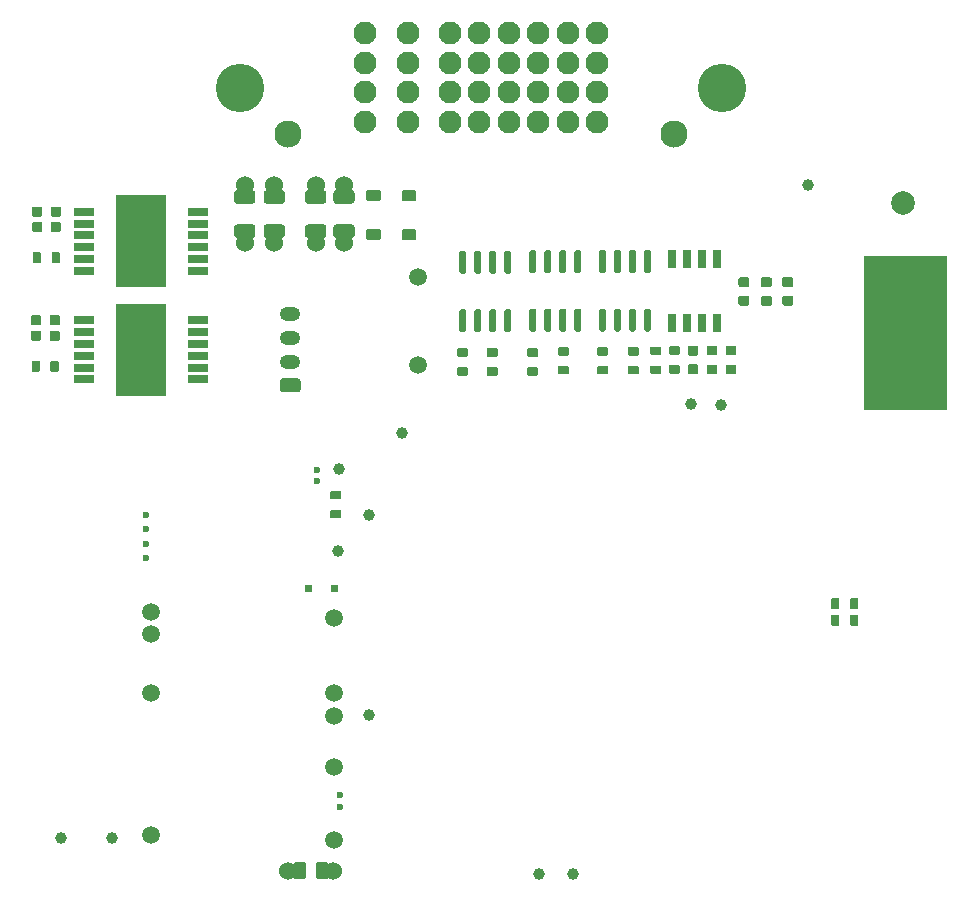
<source format=gts>
G04 #@! TF.GenerationSoftware,KiCad,Pcbnew,8.0.4-8.0.4-0~ubuntu22.04.1*
G04 #@! TF.CreationDate,2024-07-20T17:29:31+00:00*
G04 #@! TF.ProjectId,PROLT,50524f4c-542e-46b6-9963-61645f706362,rev?*
G04 #@! TF.SameCoordinates,Original*
G04 #@! TF.FileFunction,Soldermask,Top*
G04 #@! TF.FilePolarity,Negative*
%FSLAX46Y46*%
G04 Gerber Fmt 4.6, Leading zero omitted, Abs format (unit mm)*
G04 Created by KiCad (PCBNEW 8.0.4-8.0.4-0~ubuntu22.04.1) date 2024-07-20 17:29:31*
%MOMM*%
%LPD*%
G01*
G04 APERTURE LIST*
%ADD10C,0.120000*%
%ADD11C,1.000000*%
%ADD12C,1.524000*%
%ADD13R,0.650000X1.525000*%
%ADD14R,1.750000X0.650000*%
%ADD15R,4.300000X7.900000*%
%ADD16O,1.750000X1.200000*%
%ADD17C,4.100000*%
%ADD18C,2.300000*%
%ADD19C,1.950000*%
%ADD20C,0.600000*%
%ADD21C,2.000000*%
%ADD22C,1.500000*%
G04 APERTURE END LIST*
D10*
G04 #@! TO.C,U1*
X79400000Y40962500D02*
X72400000Y40962500D01*
X72400000Y53962500D01*
X79400000Y53962500D01*
X79400000Y40962500D01*
G36*
X79400000Y40962500D02*
G01*
X72400000Y40962500D01*
X72400000Y53962500D01*
X79400000Y53962500D01*
X79400000Y40962500D01*
G37*
G04 #@! TD*
G04 #@! TO.C,R9*
G36*
G01*
X38830000Y43823405D02*
X38050000Y43823405D01*
G75*
G02*
X37980000Y43893405I0J70000D01*
G01*
X37980000Y44453405D01*
G75*
G02*
X38050000Y44523405I70000J0D01*
G01*
X38830000Y44523405D01*
G75*
G02*
X38900000Y44453405I0J-70000D01*
G01*
X38900000Y43893405D01*
G75*
G02*
X38830000Y43823405I-70000J0D01*
G01*
G37*
G36*
G01*
X38830000Y45423405D02*
X38050000Y45423405D01*
G75*
G02*
X37980000Y45493405I0J70000D01*
G01*
X37980000Y46053405D01*
G75*
G02*
X38050000Y46123405I70000J0D01*
G01*
X38830000Y46123405D01*
G75*
G02*
X38900000Y46053405I0J-70000D01*
G01*
X38900000Y45493405D01*
G75*
G02*
X38830000Y45423405I-70000J0D01*
G01*
G37*
G04 #@! TD*
D11*
G04 #@! TO.C,TP1*
X28000000Y35900000D03*
G04 #@! TD*
G04 #@! TO.C,C1*
G36*
G01*
X58305000Y43934999D02*
X57625000Y43934999D01*
G75*
G02*
X57540000Y44019999I0J85000D01*
G01*
X57540000Y44699999D01*
G75*
G02*
X57625000Y44784999I85000J0D01*
G01*
X58305000Y44784999D01*
G75*
G02*
X58390000Y44699999I0J-85000D01*
G01*
X58390000Y44019999D01*
G75*
G02*
X58305000Y43934999I-85000J0D01*
G01*
G37*
G36*
G01*
X58305000Y45515001D02*
X57625000Y45515001D01*
G75*
G02*
X57540000Y45600001I0J85000D01*
G01*
X57540000Y46280001D01*
G75*
G02*
X57625000Y46365001I85000J0D01*
G01*
X58305000Y46365001D01*
G75*
G02*
X58390000Y46280001I0J-85000D01*
G01*
X58390000Y45600001D01*
G75*
G02*
X58305000Y45515001I-85000J0D01*
G01*
G37*
G04 #@! TD*
G04 #@! TO.C,C26*
G36*
G01*
X1894998Y48160000D02*
X1894998Y48840000D01*
G75*
G02*
X1979998Y48925000I85000J0D01*
G01*
X2659998Y48925000D01*
G75*
G02*
X2744998Y48840000I0J-85000D01*
G01*
X2744998Y48160000D01*
G75*
G02*
X2659998Y48075000I-85000J0D01*
G01*
X1979998Y48075000D01*
G75*
G02*
X1894998Y48160000I0J85000D01*
G01*
G37*
G36*
G01*
X3475000Y48160000D02*
X3475000Y48840000D01*
G75*
G02*
X3560000Y48925000I85000J0D01*
G01*
X4240000Y48925000D01*
G75*
G02*
X4325000Y48840000I0J-85000D01*
G01*
X4325000Y48160000D01*
G75*
G02*
X4240000Y48075000I-85000J0D01*
G01*
X3560000Y48075000D01*
G75*
G02*
X3475000Y48160000I0J85000D01*
G01*
G37*
G04 #@! TD*
G04 #@! TO.C,R15*
G36*
G01*
X71950000Y23490000D02*
X71950000Y22710000D01*
G75*
G02*
X71880000Y22640000I-70000J0D01*
G01*
X71320000Y22640000D01*
G75*
G02*
X71250000Y22710000I0J70000D01*
G01*
X71250000Y23490000D01*
G75*
G02*
X71320000Y23560000I70000J0D01*
G01*
X71880000Y23560000D01*
G75*
G02*
X71950000Y23490000I0J-70000D01*
G01*
G37*
G36*
G01*
X70350000Y23490000D02*
X70350000Y22710000D01*
G75*
G02*
X70280000Y22640000I-70000J0D01*
G01*
X69720000Y22640000D01*
G75*
G02*
X69650000Y22710000I0J70000D01*
G01*
X69650000Y23490000D01*
G75*
G02*
X69720000Y23560000I70000J0D01*
G01*
X70280000Y23560000D01*
G75*
G02*
X70350000Y23490000I0J-70000D01*
G01*
G37*
G04 #@! TD*
D12*
G04 #@! TO.C,F7*
X28400000Y59950000D03*
G36*
G01*
X27500000Y58605010D02*
X27500000Y59295010D01*
G75*
G02*
X27730000Y59525010I230000J0D01*
G01*
X29070000Y59525010D01*
G75*
G02*
X29300000Y59295010I0J-230000D01*
G01*
X29300000Y58605010D01*
G75*
G02*
X29070000Y58375010I-230000J0D01*
G01*
X27730000Y58375010D01*
G75*
G02*
X27500000Y58605010I0J230000D01*
G01*
G37*
G36*
G01*
X27500000Y55704990D02*
X27500000Y56394990D01*
G75*
G02*
X27730000Y56624990I230000J0D01*
G01*
X29070000Y56624990D01*
G75*
G02*
X29300000Y56394990I0J-230000D01*
G01*
X29300000Y55704990D01*
G75*
G02*
X29070000Y55474990I-230000J0D01*
G01*
X27730000Y55474990D01*
G75*
G02*
X27500000Y55704990I0J230000D01*
G01*
G37*
X28400000Y55050000D03*
G04 #@! TD*
D11*
G04 #@! TO.C,TP11*
X4400000Y4700000D03*
G04 #@! TD*
G04 #@! TO.C,U3*
G36*
G01*
X50445000Y47550000D02*
X50145000Y47550000D01*
G75*
G02*
X49995000Y47700000I0J150000D01*
G01*
X49995000Y49350000D01*
G75*
G02*
X50145000Y49500000I150000J0D01*
G01*
X50445000Y49500000D01*
G75*
G02*
X50595000Y49350000I0J-150000D01*
G01*
X50595000Y47700000D01*
G75*
G02*
X50445000Y47550000I-150000J0D01*
G01*
G37*
G36*
G01*
X51715000Y47550000D02*
X51415000Y47550000D01*
G75*
G02*
X51265000Y47700000I0J150000D01*
G01*
X51265000Y49350000D01*
G75*
G02*
X51415000Y49500000I150000J0D01*
G01*
X51715000Y49500000D01*
G75*
G02*
X51865000Y49350000I0J-150000D01*
G01*
X51865000Y47700000D01*
G75*
G02*
X51715000Y47550000I-150000J0D01*
G01*
G37*
G36*
G01*
X52985000Y47550000D02*
X52685000Y47550000D01*
G75*
G02*
X52535000Y47700000I0J150000D01*
G01*
X52535000Y49350000D01*
G75*
G02*
X52685000Y49500000I150000J0D01*
G01*
X52985000Y49500000D01*
G75*
G02*
X53135000Y49350000I0J-150000D01*
G01*
X53135000Y47700000D01*
G75*
G02*
X52985000Y47550000I-150000J0D01*
G01*
G37*
G36*
G01*
X54255000Y47550000D02*
X53955000Y47550000D01*
G75*
G02*
X53805000Y47700000I0J150000D01*
G01*
X53805000Y49350000D01*
G75*
G02*
X53955000Y49500000I150000J0D01*
G01*
X54255000Y49500000D01*
G75*
G02*
X54405000Y49350000I0J-150000D01*
G01*
X54405000Y47700000D01*
G75*
G02*
X54255000Y47550000I-150000J0D01*
G01*
G37*
G36*
G01*
X54255000Y52500000D02*
X53955000Y52500000D01*
G75*
G02*
X53805000Y52650000I0J150000D01*
G01*
X53805000Y54300000D01*
G75*
G02*
X53955000Y54450000I150000J0D01*
G01*
X54255000Y54450000D01*
G75*
G02*
X54405000Y54300000I0J-150000D01*
G01*
X54405000Y52650000D01*
G75*
G02*
X54255000Y52500000I-150000J0D01*
G01*
G37*
G36*
G01*
X52985000Y52500000D02*
X52685000Y52500000D01*
G75*
G02*
X52535000Y52650000I0J150000D01*
G01*
X52535000Y54300000D01*
G75*
G02*
X52685000Y54450000I150000J0D01*
G01*
X52985000Y54450000D01*
G75*
G02*
X53135000Y54300000I0J-150000D01*
G01*
X53135000Y52650000D01*
G75*
G02*
X52985000Y52500000I-150000J0D01*
G01*
G37*
G36*
G01*
X51715000Y52500000D02*
X51415000Y52500000D01*
G75*
G02*
X51265000Y52650000I0J150000D01*
G01*
X51265000Y54300000D01*
G75*
G02*
X51415000Y54450000I150000J0D01*
G01*
X51715000Y54450000D01*
G75*
G02*
X51865000Y54300000I0J-150000D01*
G01*
X51865000Y52650000D01*
G75*
G02*
X51715000Y52500000I-150000J0D01*
G01*
G37*
G36*
G01*
X50445000Y52500000D02*
X50145000Y52500000D01*
G75*
G02*
X49995000Y52650000I0J150000D01*
G01*
X49995000Y54300000D01*
G75*
G02*
X50145000Y54450000I150000J0D01*
G01*
X50445000Y54450000D01*
G75*
G02*
X50595000Y54300000I0J-150000D01*
G01*
X50595000Y52650000D01*
G75*
G02*
X50445000Y52500000I-150000J0D01*
G01*
G37*
G04 #@! TD*
D13*
G04 #@! TO.C,IC1*
X56195000Y48313000D03*
X57465000Y48313000D03*
X58735000Y48313000D03*
X60005000Y48313000D03*
X60005000Y53737000D03*
X58735000Y53737000D03*
X57465000Y53737000D03*
X56195000Y53737000D03*
G04 #@! TD*
G04 #@! TO.C,R12*
G36*
G01*
X4250000Y44990000D02*
X4250000Y44210000D01*
G75*
G02*
X4180000Y44140000I-70000J0D01*
G01*
X3620000Y44140000D01*
G75*
G02*
X3550000Y44210000I0J70000D01*
G01*
X3550000Y44990000D01*
G75*
G02*
X3620000Y45060000I70000J0D01*
G01*
X4180000Y45060000D01*
G75*
G02*
X4250000Y44990000I0J-70000D01*
G01*
G37*
G36*
G01*
X2650000Y44990000D02*
X2650000Y44210000D01*
G75*
G02*
X2580000Y44140000I-70000J0D01*
G01*
X2020000Y44140000D01*
G75*
G02*
X1950000Y44210000I0J70000D01*
G01*
X1950000Y44990000D01*
G75*
G02*
X2020000Y45060000I70000J0D01*
G01*
X2580000Y45060000D01*
G75*
G02*
X2650000Y44990000I0J-70000D01*
G01*
G37*
G04 #@! TD*
G04 #@! TO.C,C13*
G36*
G01*
X1994998Y57360000D02*
X1994998Y58040000D01*
G75*
G02*
X2079998Y58125000I85000J0D01*
G01*
X2759998Y58125000D01*
G75*
G02*
X2844998Y58040000I0J-85000D01*
G01*
X2844998Y57360000D01*
G75*
G02*
X2759998Y57275000I-85000J0D01*
G01*
X2079998Y57275000D01*
G75*
G02*
X1994998Y57360000I0J85000D01*
G01*
G37*
G36*
G01*
X3575000Y57360000D02*
X3575000Y58040000D01*
G75*
G02*
X3660000Y58125000I85000J0D01*
G01*
X4340000Y58125000D01*
G75*
G02*
X4425000Y58040000I0J-85000D01*
G01*
X4425000Y57360000D01*
G75*
G02*
X4340000Y57275000I-85000J0D01*
G01*
X3660000Y57275000D01*
G75*
G02*
X3575000Y57360000I0J85000D01*
G01*
G37*
G04 #@! TD*
G04 #@! TO.C,R14*
G36*
G01*
X69650000Y24110000D02*
X69650000Y24890000D01*
G75*
G02*
X69720000Y24960000I70000J0D01*
G01*
X70280000Y24960000D01*
G75*
G02*
X70350000Y24890000I0J-70000D01*
G01*
X70350000Y24110000D01*
G75*
G02*
X70280000Y24040000I-70000J0D01*
G01*
X69720000Y24040000D01*
G75*
G02*
X69650000Y24110000I0J70000D01*
G01*
G37*
G36*
G01*
X71250000Y24110000D02*
X71250000Y24890000D01*
G75*
G02*
X71320000Y24960000I70000J0D01*
G01*
X71880000Y24960000D01*
G75*
G02*
X71950000Y24890000I0J-70000D01*
G01*
X71950000Y24110000D01*
G75*
G02*
X71880000Y24040000I-70000J0D01*
G01*
X71320000Y24040000D01*
G75*
G02*
X71250000Y24110000I0J70000D01*
G01*
G37*
G04 #@! TD*
D11*
G04 #@! TO.C,TP9*
X8800000Y4700000D03*
G04 #@! TD*
D14*
G04 #@! TO.C,IC3*
X16000000Y43500000D03*
X16000000Y44500000D03*
X16000000Y45500000D03*
X16000000Y46500000D03*
X16000000Y47500000D03*
X16000000Y48500000D03*
X6400000Y48500000D03*
X6400000Y47500000D03*
X6400000Y46500000D03*
X6400000Y45500000D03*
X6400000Y44500000D03*
X6400000Y43500000D03*
D15*
X11200000Y46000000D03*
G04 #@! TD*
G04 #@! TO.C,D3*
G36*
G01*
X27838502Y25512502D02*
X27358502Y25512502D01*
G75*
G02*
X27298502Y25572502I0J60000D01*
G01*
X27298502Y26052502D01*
G75*
G02*
X27358502Y26112502I60000J0D01*
G01*
X27838502Y26112502D01*
G75*
G02*
X27898502Y26052502I0J-60000D01*
G01*
X27898502Y25572502D01*
G75*
G02*
X27838502Y25512502I-60000J0D01*
G01*
G37*
G36*
G01*
X25638502Y25512502D02*
X25158502Y25512502D01*
G75*
G02*
X25098502Y25572502I0J60000D01*
G01*
X25098502Y26052502D01*
G75*
G02*
X25158502Y26112502I60000J0D01*
G01*
X25638502Y26112502D01*
G75*
G02*
X25698502Y26052502I0J-60000D01*
G01*
X25698502Y25572502D01*
G75*
G02*
X25638502Y25512502I-60000J0D01*
G01*
G37*
G04 #@! TD*
D11*
G04 #@! TO.C,TP14*
X57800000Y41400000D03*
G04 #@! TD*
G04 #@! TO.C,C27*
G36*
G01*
X1894998Y46860000D02*
X1894998Y47540000D01*
G75*
G02*
X1979998Y47625000I85000J0D01*
G01*
X2659998Y47625000D01*
G75*
G02*
X2744998Y47540000I0J-85000D01*
G01*
X2744998Y46860000D01*
G75*
G02*
X2659998Y46775000I-85000J0D01*
G01*
X1979998Y46775000D01*
G75*
G02*
X1894998Y46860000I0J85000D01*
G01*
G37*
G36*
G01*
X3475000Y46860000D02*
X3475000Y47540000D01*
G75*
G02*
X3560000Y47625000I85000J0D01*
G01*
X4240000Y47625000D01*
G75*
G02*
X4325000Y47540000I0J-85000D01*
G01*
X4325000Y46860000D01*
G75*
G02*
X4240000Y46775000I-85000J0D01*
G01*
X3560000Y46775000D01*
G75*
G02*
X3475000Y46860000I0J85000D01*
G01*
G37*
G04 #@! TD*
G04 #@! TO.C,R13*
G36*
G01*
X28090000Y31750000D02*
X27310000Y31750000D01*
G75*
G02*
X27240000Y31820000I0J70000D01*
G01*
X27240000Y32380000D01*
G75*
G02*
X27310000Y32450000I70000J0D01*
G01*
X28090000Y32450000D01*
G75*
G02*
X28160000Y32380000I0J-70000D01*
G01*
X28160000Y31820000D01*
G75*
G02*
X28090000Y31750000I-70000J0D01*
G01*
G37*
G36*
G01*
X28090000Y33350000D02*
X27310000Y33350000D01*
G75*
G02*
X27240000Y33420000I0J70000D01*
G01*
X27240000Y33980000D01*
G75*
G02*
X27310000Y34050000I70000J0D01*
G01*
X28090000Y34050000D01*
G75*
G02*
X28160000Y33980000I0J-70000D01*
G01*
X28160000Y33420000D01*
G75*
G02*
X28090000Y33350000I-70000J0D01*
G01*
G37*
G04 #@! TD*
G04 #@! TO.C,J2*
G36*
G01*
X24475000Y42400000D02*
X23225000Y42400000D01*
G75*
G02*
X22975000Y42650000I0J250000D01*
G01*
X22975000Y43350000D01*
G75*
G02*
X23225000Y43600000I250000J0D01*
G01*
X24475000Y43600000D01*
G75*
G02*
X24725000Y43350000I0J-250000D01*
G01*
X24725000Y42650000D01*
G75*
G02*
X24475000Y42400000I-250000J0D01*
G01*
G37*
D16*
X23850000Y45000000D03*
X23850000Y47000000D03*
X23850000Y49000000D03*
G04 #@! TD*
G04 #@! TO.C,R4*
G36*
G01*
X53290000Y43925000D02*
X52510000Y43925000D01*
G75*
G02*
X52440000Y43995000I0J70000D01*
G01*
X52440000Y44555000D01*
G75*
G02*
X52510000Y44625000I70000J0D01*
G01*
X53290000Y44625000D01*
G75*
G02*
X53360000Y44555000I0J-70000D01*
G01*
X53360000Y43995000D01*
G75*
G02*
X53290000Y43925000I-70000J0D01*
G01*
G37*
G36*
G01*
X53290000Y45525000D02*
X52510000Y45525000D01*
G75*
G02*
X52440000Y45595000I0J70000D01*
G01*
X52440000Y46155000D01*
G75*
G02*
X52510000Y46225000I70000J0D01*
G01*
X53290000Y46225000D01*
G75*
G02*
X53360000Y46155000I0J-70000D01*
G01*
X53360000Y45595000D01*
G75*
G02*
X53290000Y45525000I-70000J0D01*
G01*
G37*
G04 #@! TD*
D11*
G04 #@! TO.C,TP3*
X27900000Y29000000D03*
G04 #@! TD*
G04 #@! TO.C,R5*
G36*
G01*
X55190000Y43975000D02*
X54410000Y43975000D01*
G75*
G02*
X54340000Y44045000I0J70000D01*
G01*
X54340000Y44605000D01*
G75*
G02*
X54410000Y44675000I70000J0D01*
G01*
X55190000Y44675000D01*
G75*
G02*
X55260000Y44605000I0J-70000D01*
G01*
X55260000Y44045000D01*
G75*
G02*
X55190000Y43975000I-70000J0D01*
G01*
G37*
G36*
G01*
X55190000Y45575000D02*
X54410000Y45575000D01*
G75*
G02*
X54340000Y45645000I0J70000D01*
G01*
X54340000Y46205000D01*
G75*
G02*
X54410000Y46275000I70000J0D01*
G01*
X55190000Y46275000D01*
G75*
G02*
X55260000Y46205000I0J-70000D01*
G01*
X55260000Y45645000D01*
G75*
G02*
X55190000Y45575000I-70000J0D01*
G01*
G37*
G04 #@! TD*
G04 #@! TO.C,R1*
G36*
G01*
X44770000Y43825000D02*
X43990000Y43825000D01*
G75*
G02*
X43920000Y43895000I0J70000D01*
G01*
X43920000Y44455000D01*
G75*
G02*
X43990000Y44525000I70000J0D01*
G01*
X44770000Y44525000D01*
G75*
G02*
X44840000Y44455000I0J-70000D01*
G01*
X44840000Y43895000D01*
G75*
G02*
X44770000Y43825000I-70000J0D01*
G01*
G37*
G36*
G01*
X44770000Y45425000D02*
X43990000Y45425000D01*
G75*
G02*
X43920000Y45495000I0J70000D01*
G01*
X43920000Y46055000D01*
G75*
G02*
X43990000Y46125000I70000J0D01*
G01*
X44770000Y46125000D01*
G75*
G02*
X44840000Y46055000I0J-70000D01*
G01*
X44840000Y45495000D01*
G75*
G02*
X44770000Y45425000I-70000J0D01*
G01*
G37*
G04 #@! TD*
G04 #@! TO.C,TP12*
X30500000Y32000000D03*
G04 #@! TD*
D17*
G04 #@! TO.C,J1*
X60400000Y68150000D03*
D18*
X56300000Y64300000D03*
X23700000Y64300000D03*
D17*
X19600000Y68150000D03*
D19*
X49850000Y65300000D03*
X49850000Y67800000D03*
X49850000Y70300000D03*
X49850000Y72800000D03*
X47350000Y65300000D03*
X47350000Y67800000D03*
X47350000Y70300000D03*
X47350000Y72800000D03*
X44850000Y65300000D03*
X44850000Y67800000D03*
X44850000Y70300000D03*
X44850000Y72800000D03*
X42350000Y65300000D03*
X42350000Y67800000D03*
X42350000Y70300000D03*
X42350000Y72800000D03*
X39850000Y65300000D03*
X39850000Y67800000D03*
X39850000Y70300000D03*
X39850000Y72800000D03*
X37350000Y65300000D03*
X37350000Y67800000D03*
X37350000Y70300000D03*
X37350000Y72800000D03*
X33850000Y65300000D03*
X33850000Y67800000D03*
X33850000Y70300000D03*
X33850000Y72800000D03*
X30150000Y65300000D03*
X30150000Y67800000D03*
X30150000Y70300000D03*
X30150000Y72800000D03*
G04 #@! TD*
D14*
G04 #@! TO.C,IC2*
X16000000Y52700000D03*
X16000000Y53700000D03*
X16000000Y54700000D03*
X16000000Y55700000D03*
X16000000Y56700000D03*
X16000000Y57700000D03*
X6400000Y57700000D03*
X6400000Y56700000D03*
X6400000Y55700000D03*
X6400000Y54700000D03*
X6400000Y53700000D03*
X6400000Y52700000D03*
D15*
X11200000Y55200000D03*
G04 #@! TD*
D11*
G04 #@! TO.C,TP5*
X47800000Y1600000D03*
G04 #@! TD*
G04 #@! TO.C,TP6*
X44900000Y1600000D03*
G04 #@! TD*
G04 #@! TO.C,TP4*
X67700000Y60000000D03*
G04 #@! TD*
G04 #@! TO.C,F2*
G36*
G01*
X63908750Y52162500D02*
X64421250Y52162500D01*
G75*
G02*
X64640000Y51943750I0J-218750D01*
G01*
X64640000Y51506250D01*
G75*
G02*
X64421250Y51287500I-218750J0D01*
G01*
X63908750Y51287500D01*
G75*
G02*
X63690000Y51506250I0J218750D01*
G01*
X63690000Y51943750D01*
G75*
G02*
X63908750Y52162500I218750J0D01*
G01*
G37*
G36*
G01*
X63908750Y50587500D02*
X64421250Y50587500D01*
G75*
G02*
X64640000Y50368750I0J-218750D01*
G01*
X64640000Y49931250D01*
G75*
G02*
X64421250Y49712500I-218750J0D01*
G01*
X63908750Y49712500D01*
G75*
G02*
X63690000Y49931250I0J218750D01*
G01*
X63690000Y50368750D01*
G75*
G02*
X63908750Y50587500I218750J0D01*
G01*
G37*
G04 #@! TD*
G04 #@! TO.C,U4*
G36*
G01*
X38620000Y47500000D02*
X38320000Y47500000D01*
G75*
G02*
X38170000Y47650000I0J150000D01*
G01*
X38170000Y49300000D01*
G75*
G02*
X38320000Y49450000I150000J0D01*
G01*
X38620000Y49450000D01*
G75*
G02*
X38770000Y49300000I0J-150000D01*
G01*
X38770000Y47650000D01*
G75*
G02*
X38620000Y47500000I-150000J0D01*
G01*
G37*
G36*
G01*
X39890000Y47500000D02*
X39590000Y47500000D01*
G75*
G02*
X39440000Y47650000I0J150000D01*
G01*
X39440000Y49300000D01*
G75*
G02*
X39590000Y49450000I150000J0D01*
G01*
X39890000Y49450000D01*
G75*
G02*
X40040000Y49300000I0J-150000D01*
G01*
X40040000Y47650000D01*
G75*
G02*
X39890000Y47500000I-150000J0D01*
G01*
G37*
G36*
G01*
X41160000Y47500000D02*
X40860000Y47500000D01*
G75*
G02*
X40710000Y47650000I0J150000D01*
G01*
X40710000Y49300000D01*
G75*
G02*
X40860000Y49450000I150000J0D01*
G01*
X41160000Y49450000D01*
G75*
G02*
X41310000Y49300000I0J-150000D01*
G01*
X41310000Y47650000D01*
G75*
G02*
X41160000Y47500000I-150000J0D01*
G01*
G37*
G36*
G01*
X42430000Y47500000D02*
X42130000Y47500000D01*
G75*
G02*
X41980000Y47650000I0J150000D01*
G01*
X41980000Y49300000D01*
G75*
G02*
X42130000Y49450000I150000J0D01*
G01*
X42430000Y49450000D01*
G75*
G02*
X42580000Y49300000I0J-150000D01*
G01*
X42580000Y47650000D01*
G75*
G02*
X42430000Y47500000I-150000J0D01*
G01*
G37*
G36*
G01*
X42430000Y52450000D02*
X42130000Y52450000D01*
G75*
G02*
X41980000Y52600000I0J150000D01*
G01*
X41980000Y54250000D01*
G75*
G02*
X42130000Y54400000I150000J0D01*
G01*
X42430000Y54400000D01*
G75*
G02*
X42580000Y54250000I0J-150000D01*
G01*
X42580000Y52600000D01*
G75*
G02*
X42430000Y52450000I-150000J0D01*
G01*
G37*
G36*
G01*
X41160000Y52450000D02*
X40860000Y52450000D01*
G75*
G02*
X40710000Y52600000I0J150000D01*
G01*
X40710000Y54250000D01*
G75*
G02*
X40860000Y54400000I150000J0D01*
G01*
X41160000Y54400000D01*
G75*
G02*
X41310000Y54250000I0J-150000D01*
G01*
X41310000Y52600000D01*
G75*
G02*
X41160000Y52450000I-150000J0D01*
G01*
G37*
G36*
G01*
X39890000Y52450000D02*
X39590000Y52450000D01*
G75*
G02*
X39440000Y52600000I0J150000D01*
G01*
X39440000Y54250000D01*
G75*
G02*
X39590000Y54400000I150000J0D01*
G01*
X39890000Y54400000D01*
G75*
G02*
X40040000Y54250000I0J-150000D01*
G01*
X40040000Y52600000D01*
G75*
G02*
X39890000Y52450000I-150000J0D01*
G01*
G37*
G36*
G01*
X38620000Y52450000D02*
X38320000Y52450000D01*
G75*
G02*
X38170000Y52600000I0J150000D01*
G01*
X38170000Y54250000D01*
G75*
G02*
X38320000Y54400000I150000J0D01*
G01*
X38620000Y54400000D01*
G75*
G02*
X38770000Y54250000I0J-150000D01*
G01*
X38770000Y52600000D01*
G75*
G02*
X38620000Y52450000I-150000J0D01*
G01*
G37*
G04 #@! TD*
D12*
G04 #@! TO.C,F5*
X22500000Y59950000D03*
G36*
G01*
X21600000Y58605010D02*
X21600000Y59295010D01*
G75*
G02*
X21830000Y59525010I230000J0D01*
G01*
X23170000Y59525010D01*
G75*
G02*
X23400000Y59295010I0J-230000D01*
G01*
X23400000Y58605010D01*
G75*
G02*
X23170000Y58375010I-230000J0D01*
G01*
X21830000Y58375010D01*
G75*
G02*
X21600000Y58605010I0J230000D01*
G01*
G37*
G36*
G01*
X21600000Y55704990D02*
X21600000Y56394990D01*
G75*
G02*
X21830000Y56624990I230000J0D01*
G01*
X23170000Y56624990D01*
G75*
G02*
X23400000Y56394990I0J-230000D01*
G01*
X23400000Y55704990D01*
G75*
G02*
X23170000Y55474990I-230000J0D01*
G01*
X21830000Y55474990D01*
G75*
G02*
X21600000Y55704990I0J230000D01*
G01*
G37*
X22500000Y55050000D03*
G04 #@! TD*
D11*
G04 #@! TO.C,TP10*
X60300000Y41300000D03*
G04 #@! TD*
D12*
G04 #@! TO.C,R16*
X23695000Y1900000D03*
G36*
G01*
X24149999Y1275000D02*
X24149999Y2525000D01*
G75*
G02*
X24249999Y2625000I100000J0D01*
G01*
X25049999Y2625000D01*
G75*
G02*
X25149999Y2525000I0J-100000D01*
G01*
X25149999Y1275000D01*
G75*
G02*
X25049999Y1175000I-100000J0D01*
G01*
X24249999Y1175000D01*
G75*
G02*
X24149999Y1275000I0J100000D01*
G01*
G37*
G36*
G01*
X26050021Y1275000D02*
X26050021Y2525000D01*
G75*
G02*
X26150021Y2625000I100000J0D01*
G01*
X26950021Y2625000D01*
G75*
G02*
X27050021Y2525000I0J-100000D01*
G01*
X27050021Y1275000D01*
G75*
G02*
X26950021Y1175000I-100000J0D01*
G01*
X26150021Y1175000D01*
G75*
G02*
X26050021Y1275000I0J100000D01*
G01*
G37*
X27505000Y1900000D03*
G04 #@! TD*
G04 #@! TO.C,R11*
G36*
G01*
X4350000Y54190000D02*
X4350000Y53410000D01*
G75*
G02*
X4280000Y53340000I-70000J0D01*
G01*
X3720000Y53340000D01*
G75*
G02*
X3650000Y53410000I0J70000D01*
G01*
X3650000Y54190000D01*
G75*
G02*
X3720000Y54260000I70000J0D01*
G01*
X4280000Y54260000D01*
G75*
G02*
X4350000Y54190000I0J-70000D01*
G01*
G37*
G36*
G01*
X2750000Y54190000D02*
X2750000Y53410000D01*
G75*
G02*
X2680000Y53340000I-70000J0D01*
G01*
X2120000Y53340000D01*
G75*
G02*
X2050000Y53410000I0J70000D01*
G01*
X2050000Y54190000D01*
G75*
G02*
X2120000Y54260000I70000J0D01*
G01*
X2680000Y54260000D01*
G75*
G02*
X2750000Y54190000I0J-70000D01*
G01*
G37*
G04 #@! TD*
D11*
G04 #@! TO.C,TP8*
X30500000Y15100000D03*
G04 #@! TD*
G04 #@! TO.C,D2*
G36*
G01*
X31410000Y55300000D02*
X30390000Y55300000D01*
G75*
G02*
X30300000Y55390000I0J90000D01*
G01*
X30300000Y56110000D01*
G75*
G02*
X30390000Y56200000I90000J0D01*
G01*
X31410000Y56200000D01*
G75*
G02*
X31500000Y56110000I0J-90000D01*
G01*
X31500000Y55390000D01*
G75*
G02*
X31410000Y55300000I-90000J0D01*
G01*
G37*
G36*
G01*
X31410000Y58600000D02*
X30390000Y58600000D01*
G75*
G02*
X30300000Y58690000I0J90000D01*
G01*
X30300000Y59410000D01*
G75*
G02*
X30390000Y59500000I90000J0D01*
G01*
X31410000Y59500000D01*
G75*
G02*
X31500000Y59410000I0J-90000D01*
G01*
X31500000Y58690000D01*
G75*
G02*
X31410000Y58600000I-90000J0D01*
G01*
G37*
G04 #@! TD*
D12*
G04 #@! TO.C,F4*
X20000000Y59950000D03*
G36*
G01*
X19100000Y58605010D02*
X19100000Y59295010D01*
G75*
G02*
X19330000Y59525010I230000J0D01*
G01*
X20670000Y59525010D01*
G75*
G02*
X20900000Y59295010I0J-230000D01*
G01*
X20900000Y58605010D01*
G75*
G02*
X20670000Y58375010I-230000J0D01*
G01*
X19330000Y58375010D01*
G75*
G02*
X19100000Y58605010I0J230000D01*
G01*
G37*
G36*
G01*
X19100000Y55704990D02*
X19100000Y56394990D01*
G75*
G02*
X19330000Y56624990I230000J0D01*
G01*
X20670000Y56624990D01*
G75*
G02*
X20900000Y56394990I0J-230000D01*
G01*
X20900000Y55704990D01*
G75*
G02*
X20670000Y55474990I-230000J0D01*
G01*
X19330000Y55474990D01*
G75*
G02*
X19100000Y55704990I0J230000D01*
G01*
G37*
X20000000Y55050000D03*
G04 #@! TD*
D11*
G04 #@! TO.C,TP7*
X33300000Y39000000D03*
G04 #@! TD*
G04 #@! TO.C,D1*
G36*
G01*
X34410000Y55300000D02*
X33390000Y55300000D01*
G75*
G02*
X33300000Y55390000I0J90000D01*
G01*
X33300000Y56110000D01*
G75*
G02*
X33390000Y56200000I90000J0D01*
G01*
X34410000Y56200000D01*
G75*
G02*
X34500000Y56110000I0J-90000D01*
G01*
X34500000Y55390000D01*
G75*
G02*
X34410000Y55300000I-90000J0D01*
G01*
G37*
G36*
G01*
X34410000Y58600000D02*
X33390000Y58600000D01*
G75*
G02*
X33300000Y58690000I0J90000D01*
G01*
X33300000Y59410000D01*
G75*
G02*
X33390000Y59500000I90000J0D01*
G01*
X34410000Y59500000D01*
G75*
G02*
X34500000Y59410000I0J-90000D01*
G01*
X34500000Y58690000D01*
G75*
G02*
X34410000Y58600000I-90000J0D01*
G01*
G37*
G04 #@! TD*
G04 #@! TO.C,U2*
G36*
G01*
X44545000Y47550000D02*
X44245000Y47550000D01*
G75*
G02*
X44095000Y47700000I0J150000D01*
G01*
X44095000Y49350000D01*
G75*
G02*
X44245000Y49500000I150000J0D01*
G01*
X44545000Y49500000D01*
G75*
G02*
X44695000Y49350000I0J-150000D01*
G01*
X44695000Y47700000D01*
G75*
G02*
X44545000Y47550000I-150000J0D01*
G01*
G37*
G36*
G01*
X45815000Y47550000D02*
X45515000Y47550000D01*
G75*
G02*
X45365000Y47700000I0J150000D01*
G01*
X45365000Y49350000D01*
G75*
G02*
X45515000Y49500000I150000J0D01*
G01*
X45815000Y49500000D01*
G75*
G02*
X45965000Y49350000I0J-150000D01*
G01*
X45965000Y47700000D01*
G75*
G02*
X45815000Y47550000I-150000J0D01*
G01*
G37*
G36*
G01*
X47085000Y47550000D02*
X46785000Y47550000D01*
G75*
G02*
X46635000Y47700000I0J150000D01*
G01*
X46635000Y49350000D01*
G75*
G02*
X46785000Y49500000I150000J0D01*
G01*
X47085000Y49500000D01*
G75*
G02*
X47235000Y49350000I0J-150000D01*
G01*
X47235000Y47700000D01*
G75*
G02*
X47085000Y47550000I-150000J0D01*
G01*
G37*
G36*
G01*
X48355000Y47550000D02*
X48055000Y47550000D01*
G75*
G02*
X47905000Y47700000I0J150000D01*
G01*
X47905000Y49350000D01*
G75*
G02*
X48055000Y49500000I150000J0D01*
G01*
X48355000Y49500000D01*
G75*
G02*
X48505000Y49350000I0J-150000D01*
G01*
X48505000Y47700000D01*
G75*
G02*
X48355000Y47550000I-150000J0D01*
G01*
G37*
G36*
G01*
X48355000Y52500000D02*
X48055000Y52500000D01*
G75*
G02*
X47905000Y52650000I0J150000D01*
G01*
X47905000Y54300000D01*
G75*
G02*
X48055000Y54450000I150000J0D01*
G01*
X48355000Y54450000D01*
G75*
G02*
X48505000Y54300000I0J-150000D01*
G01*
X48505000Y52650000D01*
G75*
G02*
X48355000Y52500000I-150000J0D01*
G01*
G37*
G36*
G01*
X47085000Y52500000D02*
X46785000Y52500000D01*
G75*
G02*
X46635000Y52650000I0J150000D01*
G01*
X46635000Y54300000D01*
G75*
G02*
X46785000Y54450000I150000J0D01*
G01*
X47085000Y54450000D01*
G75*
G02*
X47235000Y54300000I0J-150000D01*
G01*
X47235000Y52650000D01*
G75*
G02*
X47085000Y52500000I-150000J0D01*
G01*
G37*
G36*
G01*
X45815000Y52500000D02*
X45515000Y52500000D01*
G75*
G02*
X45365000Y52650000I0J150000D01*
G01*
X45365000Y54300000D01*
G75*
G02*
X45515000Y54450000I150000J0D01*
G01*
X45815000Y54450000D01*
G75*
G02*
X45965000Y54300000I0J-150000D01*
G01*
X45965000Y52650000D01*
G75*
G02*
X45815000Y52500000I-150000J0D01*
G01*
G37*
G36*
G01*
X44545000Y52500000D02*
X44245000Y52500000D01*
G75*
G02*
X44095000Y52650000I0J150000D01*
G01*
X44095000Y54300000D01*
G75*
G02*
X44245000Y54450000I150000J0D01*
G01*
X44545000Y54450000D01*
G75*
G02*
X44695000Y54300000I0J-150000D01*
G01*
X44695000Y52650000D01*
G75*
G02*
X44545000Y52500000I-150000J0D01*
G01*
G37*
G04 #@! TD*
G04 #@! TO.C,F3*
G36*
G01*
X65708750Y52175000D02*
X66221250Y52175000D01*
G75*
G02*
X66440000Y51956250I0J-218750D01*
G01*
X66440000Y51518750D01*
G75*
G02*
X66221250Y51300000I-218750J0D01*
G01*
X65708750Y51300000D01*
G75*
G02*
X65490000Y51518750I0J218750D01*
G01*
X65490000Y51956250D01*
G75*
G02*
X65708750Y52175000I218750J0D01*
G01*
G37*
G36*
G01*
X65708750Y50600000D02*
X66221250Y50600000D01*
G75*
G02*
X66440000Y50381250I0J-218750D01*
G01*
X66440000Y49943750D01*
G75*
G02*
X66221250Y49725000I-218750J0D01*
G01*
X65708750Y49725000D01*
G75*
G02*
X65490000Y49943750I0J218750D01*
G01*
X65490000Y50381250D01*
G75*
G02*
X65708750Y50600000I218750J0D01*
G01*
G37*
G04 #@! TD*
G04 #@! TO.C,R7*
G36*
G01*
X61555000Y44000000D02*
X60775000Y44000000D01*
G75*
G02*
X60705000Y44070000I0J70000D01*
G01*
X60705000Y44630000D01*
G75*
G02*
X60775000Y44700000I70000J0D01*
G01*
X61555000Y44700000D01*
G75*
G02*
X61625000Y44630000I0J-70000D01*
G01*
X61625000Y44070000D01*
G75*
G02*
X61555000Y44000000I-70000J0D01*
G01*
G37*
G36*
G01*
X61555000Y45600000D02*
X60775000Y45600000D01*
G75*
G02*
X60705000Y45670000I0J70000D01*
G01*
X60705000Y46230000D01*
G75*
G02*
X60775000Y46300000I70000J0D01*
G01*
X61555000Y46300000D01*
G75*
G02*
X61625000Y46230000I0J-70000D01*
G01*
X61625000Y45670000D01*
G75*
G02*
X61555000Y45600000I-70000J0D01*
G01*
G37*
G04 #@! TD*
G04 #@! TO.C,R8*
G36*
G01*
X59955000Y44000000D02*
X59175000Y44000000D01*
G75*
G02*
X59105000Y44070000I0J70000D01*
G01*
X59105000Y44630000D01*
G75*
G02*
X59175000Y44700000I70000J0D01*
G01*
X59955000Y44700000D01*
G75*
G02*
X60025000Y44630000I0J-70000D01*
G01*
X60025000Y44070000D01*
G75*
G02*
X59955000Y44000000I-70000J0D01*
G01*
G37*
G36*
G01*
X59955000Y45600000D02*
X59175000Y45600000D01*
G75*
G02*
X59105000Y45670000I0J70000D01*
G01*
X59105000Y46230000D01*
G75*
G02*
X59175000Y46300000I70000J0D01*
G01*
X59955000Y46300000D01*
G75*
G02*
X60025000Y46230000I0J-70000D01*
G01*
X60025000Y45670000D01*
G75*
G02*
X59955000Y45600000I-70000J0D01*
G01*
G37*
G04 #@! TD*
G04 #@! TO.C,R2*
G36*
G01*
X47370000Y43925000D02*
X46590000Y43925000D01*
G75*
G02*
X46520000Y43995000I0J70000D01*
G01*
X46520000Y44555000D01*
G75*
G02*
X46590000Y44625000I70000J0D01*
G01*
X47370000Y44625000D01*
G75*
G02*
X47440000Y44555000I0J-70000D01*
G01*
X47440000Y43995000D01*
G75*
G02*
X47370000Y43925000I-70000J0D01*
G01*
G37*
G36*
G01*
X47370000Y45525000D02*
X46590000Y45525000D01*
G75*
G02*
X46520000Y45595000I0J70000D01*
G01*
X46520000Y46155000D01*
G75*
G02*
X46590000Y46225000I70000J0D01*
G01*
X47370000Y46225000D01*
G75*
G02*
X47440000Y46155000I0J-70000D01*
G01*
X47440000Y45595000D01*
G75*
G02*
X47370000Y45525000I-70000J0D01*
G01*
G37*
G04 #@! TD*
D12*
G04 #@! TO.C,F6*
X26000000Y59950000D03*
G36*
G01*
X25100000Y58605010D02*
X25100000Y59295010D01*
G75*
G02*
X25330000Y59525010I230000J0D01*
G01*
X26670000Y59525010D01*
G75*
G02*
X26900000Y59295010I0J-230000D01*
G01*
X26900000Y58605010D01*
G75*
G02*
X26670000Y58375010I-230000J0D01*
G01*
X25330000Y58375010D01*
G75*
G02*
X25100000Y58605010I0J230000D01*
G01*
G37*
G36*
G01*
X25100000Y55704990D02*
X25100000Y56394990D01*
G75*
G02*
X25330000Y56624990I230000J0D01*
G01*
X26670000Y56624990D01*
G75*
G02*
X26900000Y56394990I0J-230000D01*
G01*
X26900000Y55704990D01*
G75*
G02*
X26670000Y55474990I-230000J0D01*
G01*
X25330000Y55474990D01*
G75*
G02*
X25100000Y55704990I0J230000D01*
G01*
G37*
X26000000Y55050000D03*
G04 #@! TD*
G04 #@! TO.C,R3*
G36*
G01*
X50690000Y43925000D02*
X49910000Y43925000D01*
G75*
G02*
X49840000Y43995000I0J70000D01*
G01*
X49840000Y44555000D01*
G75*
G02*
X49910000Y44625000I70000J0D01*
G01*
X50690000Y44625000D01*
G75*
G02*
X50760000Y44555000I0J-70000D01*
G01*
X50760000Y43995000D01*
G75*
G02*
X50690000Y43925000I-70000J0D01*
G01*
G37*
G36*
G01*
X50690000Y45525000D02*
X49910000Y45525000D01*
G75*
G02*
X49840000Y45595000I0J70000D01*
G01*
X49840000Y46155000D01*
G75*
G02*
X49910000Y46225000I70000J0D01*
G01*
X50690000Y46225000D01*
G75*
G02*
X50760000Y46155000I0J-70000D01*
G01*
X50760000Y45595000D01*
G75*
G02*
X50690000Y45525000I-70000J0D01*
G01*
G37*
G04 #@! TD*
G04 #@! TO.C,C14*
G36*
G01*
X1994998Y56060000D02*
X1994998Y56740000D01*
G75*
G02*
X2079998Y56825000I85000J0D01*
G01*
X2759998Y56825000D01*
G75*
G02*
X2844998Y56740000I0J-85000D01*
G01*
X2844998Y56060000D01*
G75*
G02*
X2759998Y55975000I-85000J0D01*
G01*
X2079998Y55975000D01*
G75*
G02*
X1994998Y56060000I0J85000D01*
G01*
G37*
G36*
G01*
X3575000Y56060000D02*
X3575000Y56740000D01*
G75*
G02*
X3660000Y56825000I85000J0D01*
G01*
X4340000Y56825000D01*
G75*
G02*
X4425000Y56740000I0J-85000D01*
G01*
X4425000Y56060000D01*
G75*
G02*
X4340000Y55975000I-85000J0D01*
G01*
X3660000Y55975000D01*
G75*
G02*
X3575000Y56060000I0J85000D01*
G01*
G37*
G04 #@! TD*
G04 #@! TO.C,F1*
G36*
G01*
X61998750Y52175000D02*
X62511250Y52175000D01*
G75*
G02*
X62730000Y51956250I0J-218750D01*
G01*
X62730000Y51518750D01*
G75*
G02*
X62511250Y51300000I-218750J0D01*
G01*
X61998750Y51300000D01*
G75*
G02*
X61780000Y51518750I0J218750D01*
G01*
X61780000Y51956250D01*
G75*
G02*
X61998750Y52175000I218750J0D01*
G01*
G37*
G36*
G01*
X61998750Y50600000D02*
X62511250Y50600000D01*
G75*
G02*
X62730000Y50381250I0J-218750D01*
G01*
X62730000Y49943750D01*
G75*
G02*
X62511250Y49725000I-218750J0D01*
G01*
X61998750Y49725000D01*
G75*
G02*
X61780000Y49943750I0J218750D01*
G01*
X61780000Y50381250D01*
G75*
G02*
X61998750Y50600000I218750J0D01*
G01*
G37*
G04 #@! TD*
G04 #@! TO.C,R6*
G36*
G01*
X56755000Y44000000D02*
X55975000Y44000000D01*
G75*
G02*
X55905000Y44070000I0J70000D01*
G01*
X55905000Y44630000D01*
G75*
G02*
X55975000Y44700000I70000J0D01*
G01*
X56755000Y44700000D01*
G75*
G02*
X56825000Y44630000I0J-70000D01*
G01*
X56825000Y44070000D01*
G75*
G02*
X56755000Y44000000I-70000J0D01*
G01*
G37*
G36*
G01*
X56755000Y45600000D02*
X55975000Y45600000D01*
G75*
G02*
X55905000Y45670000I0J70000D01*
G01*
X55905000Y46230000D01*
G75*
G02*
X55975000Y46300000I70000J0D01*
G01*
X56755000Y46300000D01*
G75*
G02*
X56825000Y46230000I0J-70000D01*
G01*
X56825000Y45670000D01*
G75*
G02*
X56755000Y45600000I-70000J0D01*
G01*
G37*
G04 #@! TD*
D20*
G04 #@! TO.C,M2*
X11662500Y30800000D03*
X11662500Y32000000D03*
X11662500Y29600000D03*
X11662500Y28400000D03*
X26087500Y34860000D03*
X26087500Y35860000D03*
G04 #@! TD*
D21*
G04 #@! TO.C,TP13*
X75700000Y58400000D03*
G04 #@! TD*
D22*
G04 #@! TO.C,M3*
X27574995Y23324999D03*
X27574995Y16925002D03*
X27574995Y15024999D03*
X27574995Y10724999D03*
D20*
X28024994Y8325002D03*
X28024994Y7325001D03*
D22*
X27574995Y4474999D03*
X12074998Y23775001D03*
X12074998Y21925002D03*
X12074998Y16974999D03*
X12074998Y4925001D03*
G04 #@! TD*
G04 #@! TO.C,R10*
G36*
G01*
X41330000Y43825000D02*
X40550000Y43825000D01*
G75*
G02*
X40480000Y43895000I0J70000D01*
G01*
X40480000Y44455000D01*
G75*
G02*
X40550000Y44525000I70000J0D01*
G01*
X41330000Y44525000D01*
G75*
G02*
X41400000Y44455000I0J-70000D01*
G01*
X41400000Y43895000D01*
G75*
G02*
X41330000Y43825000I-70000J0D01*
G01*
G37*
G36*
G01*
X41330000Y45425000D02*
X40550000Y45425000D01*
G75*
G02*
X40480000Y45495000I0J70000D01*
G01*
X40480000Y46055000D01*
G75*
G02*
X40550000Y46125000I70000J0D01*
G01*
X41330000Y46125000D01*
G75*
G02*
X41400000Y46055000I0J-70000D01*
G01*
X41400000Y45495000D01*
G75*
G02*
X41330000Y45425000I-70000J0D01*
G01*
G37*
G04 #@! TD*
G04 #@! TO.C,BT1*
X34700000Y44700000D03*
X34700000Y52199858D03*
G04 #@! TD*
M02*

</source>
